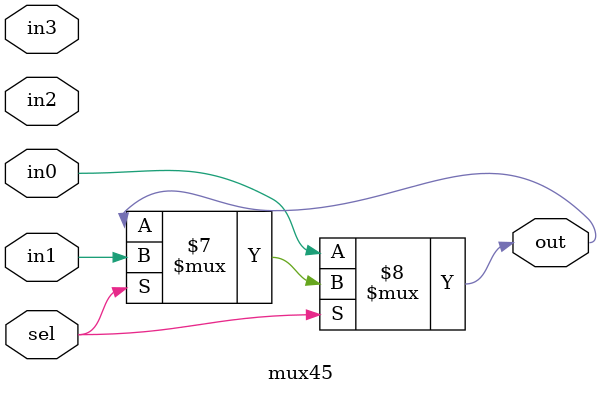
<source format=v>
module mux45 (input in0, in1,in2,in3, sel,
                     output out);

    assign out = (sel == 2'b00) ? in0 : (sel == 2'b01) ? in1 : (sel == 2'b10)  ? in2 :  (sel == 2'b11) ? in3 : out;

endmodule

</source>
